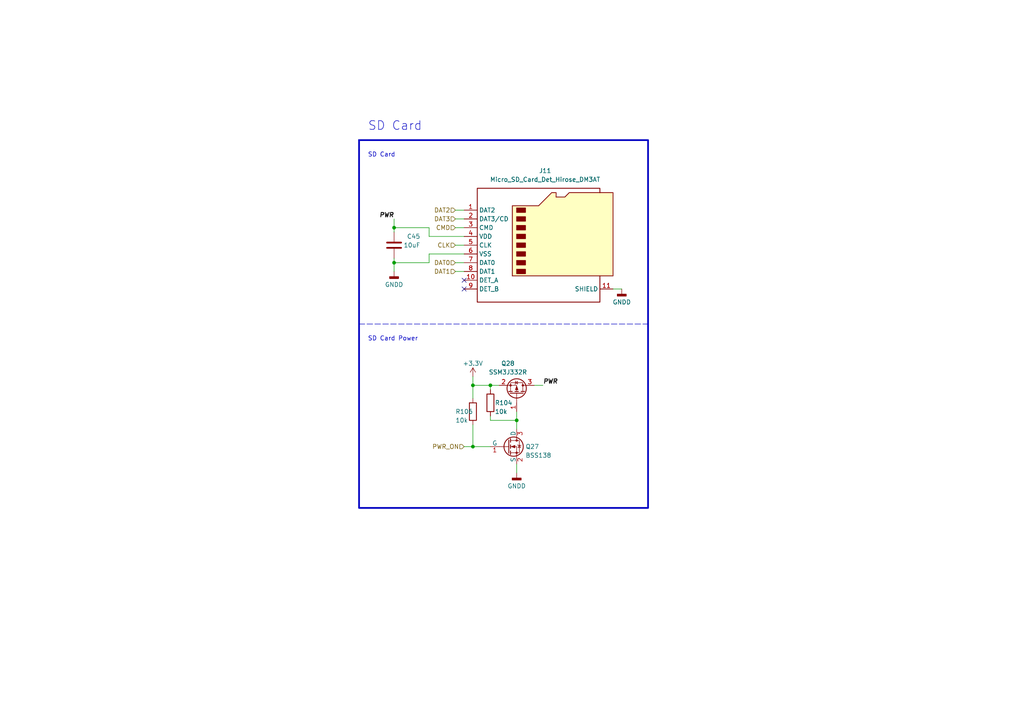
<source format=kicad_sch>
(kicad_sch (version 20230121) (generator eeschema)
  (paper "A4")
  (lib_symbols
    (symbol "Connector:Micro_SD_Card_Det_Hirose_DM3AT"
      (property "Reference" "J" (at -16.51 17.78 0))
      (property "Value" "Micro_SD_Card_Det_Hirose_DM3AT" (at 16.51 17.78 0))
      (symbol "Micro_SD_Card_Det_Hirose_DM3AT_0_1"
        (rectangle (start -7.62 -6.985) (end -5.08 -8.255) (stroke (width 0.254)) (fill (type outline)))
        (rectangle (start -7.62 -4.445) (end -5.08 -5.715) (stroke (width 0.254)) (fill (type outline)))
        (rectangle (start -7.62 -1.905) (end -5.08 -3.175) (stroke (width 0.254)) (fill (type outline)))
        (rectangle (start -7.62 0.635) (end -5.08 -0.635) (stroke (width 0.254)) (fill (type outline)))
        (rectangle (start -7.62 3.175) (end -5.08 1.905) (stroke (width 0.254)) (fill (type outline)))
        (rectangle (start -7.62 5.715) (end -5.08 4.445) (stroke (width 0.254)) (fill (type outline)))
        (rectangle (start -7.62 8.255) (end -5.08 6.985) (stroke (width 0.254)) (fill (type outline)))
        (rectangle (start -7.62 10.795) (end -5.08 9.525) (stroke (width 0.254)) (fill (type outline)))
        (polyline (pts (xy 16.51 15.24) (xy 16.51 16.51) (xy -19.05 16.51) (xy -19.05 -16.51) (xy 16.51 -16.51) (xy 16.51 -8.89)) (stroke (width 0.254)))
        (polyline (pts (xy -8.89 -8.89) (xy -8.89 11.43) (xy -1.27 11.43) (xy 2.54 15.24) (xy 3.81 15.24) (xy 3.81 13.97) (xy 6.35 13.97) (xy 7.62 15.24) (xy 20.32 15.24) (xy 20.32 -8.89) (xy -8.89 -8.89)) (stroke (width 0.254)) (fill (type background)))
      )
      (symbol "Micro_SD_Card_Det_Hirose_DM3AT_1_1"
        (pin bidirectional line (at -22.86 10.16 0) (length 3.81) (name "DAT2") (number "1"))
        (pin passive line (at -22.86 -10.16 0) (length 3.81) (name "DET_A") (number "10"))
        (pin passive line (at 20.32 -12.7 180) (length 3.81) (name "SHIELD") (number "11"))
        (pin bidirectional line (at -22.86 7.62 0) (length 3.81) (name "DAT3/CD") (number "2"))
        (pin input line (at -22.86 5.08 0) (length 3.81) (name "CMD") (number "3"))
        (pin power_in line (at -22.86 2.54 0) (length 3.81) (name "VDD") (number "4"))
        (pin input line (at -22.86 0 0) (length 3.81) (name "CLK") (number "5"))
        (pin power_in line (at -22.86 -2.54 0) (length 3.81) (name "VSS") (number "6"))
        (pin bidirectional line (at -22.86 -5.08 0) (length 3.81) (name "DAT0") (number "7"))
        (pin bidirectional line (at -22.86 -7.62 0) (length 3.81) (name "DAT1") (number "8"))
        (pin passive line (at -22.86 -12.7 0) (length 3.81) (name "DET_B") (number "9"))
      )
    )
    (symbol "Device:C" (pin_numbers hide) (pin_names (offset 0.254))
      (property "Reference" "C" (at 0.635 2.54 0))
      (property "Value" "C" (at 0.635 -2.54 0))
      (symbol "C_0_1"
        (polyline (pts (xy -2.032 -0.762) (xy 2.032 -0.762)) (stroke (width 0.508)))
        (polyline (pts (xy -2.032 0.762) (xy 2.032 0.762)) (stroke (width 0.508)))
      )
      (symbol "C_1_1"
        (pin passive line (at 0 3.81 270) (length 2.794) (name "~") (number "1"))
        (pin passive line (at 0 -3.81 90) (length 2.794) (name "~") (number "2"))
      )
    )
    (symbol "Device:Q_PMOS_GSD" (pin_names (offset 0) hide)
      (property "Reference" "Q" (at 5.08 1.27 0))
      (property "Value" "Q_PMOS_GSD" (at 5.08 -1.27 0))
      (symbol "Q_PMOS_GSD_0_1"
        (polyline (pts (xy 0.254 0) (xy -2.54 0)))
        (polyline (pts (xy 0.254 1.905) (xy 0.254 -1.905)) (stroke (width 0.254)))
        (polyline (pts (xy 0.762 -1.27) (xy 0.762 -2.286)) (stroke (width 0.254)))
        (polyline (pts (xy 0.762 0.508) (xy 0.762 -0.508)) (stroke (width 0.254)))
        (polyline (pts (xy 0.762 2.286) (xy 0.762 1.27)) (stroke (width 0.254)))
        (polyline (pts (xy 2.54 2.54) (xy 2.54 1.778)))
        (polyline (pts (xy 2.54 -2.54) (xy 2.54 0) (xy 0.762 0)))
        (polyline (pts (xy 0.762 1.778) (xy 3.302 1.778) (xy 3.302 -1.778) (xy 0.762 -1.778)))
        (polyline (pts (xy 2.286 0) (xy 1.27 0.381) (xy 1.27 -0.381) (xy 2.286 0)) (fill (type outline)))
        (polyline (pts (xy 2.794 -0.508) (xy 2.921 -0.381) (xy 3.683 -0.381) (xy 3.81 -0.254)))
        (polyline (pts (xy 3.302 -0.381) (xy 2.921 0.254) (xy 3.683 0.254) (xy 3.302 -0.381)))
        (circle (center 1.651 0) (radius 2.794) (stroke (width 0.254)))
        (circle (center 2.54 -1.778) (radius 0.254) (fill (type outline)))
        (circle (center 2.54 1.778) (radius 0.254) (fill (type outline)))
      )
      (symbol "Q_PMOS_GSD_1_1"
        (pin input line (at -5.08 0 0) (length 2.54) (name "G") (number "1"))
        (pin passive line (at 2.54 -5.08 90) (length 2.54) (name "S") (number "2"))
        (pin passive line (at 2.54 5.08 270) (length 2.54) (name "D") (number "3"))
      )
    )
    (symbol "Device:R" (pin_numbers hide) (pin_names (offset 0))
      (property "Reference" "R" (at 2.032 0 90))
      (property "Value" "R" (at 0 0 90))
      (symbol "R_0_1"
        (rectangle (start -1.016 -2.54) (end 1.016 2.54) (stroke (width 0.254)))
      )
      (symbol "R_1_1"
        (pin passive line (at 0 3.81 270) (length 1.27) (name "~") (number "1"))
        (pin passive line (at 0 -3.81 90) (length 1.27) (name "~") (number "2"))
      )
    )
    (symbol "Q_NMOS_GSD_1" (pin_names (offset 0))
      (property "Reference" "Q" (at 5.08 1.27 0))
      (property "Value" "Q_NMOS_GSD_1" (at 5.08 -1.27 0))
      (symbol "Q_NMOS_GSD_1_0_1"
        (polyline (pts (xy 0.254 0) (xy -2.54 0)))
        (polyline (pts (xy 0.254 1.905) (xy 0.254 -1.905)) (stroke (width 0.254)))
        (polyline (pts (xy 0.762 -1.27) (xy 0.762 -2.286)) (stroke (width 0.254)))
        (polyline (pts (xy 0.762 0.508) (xy 0.762 -0.508)) (stroke (width 0.254)))
        (polyline (pts (xy 0.762 2.286) (xy 0.762 1.27)) (stroke (width 0.254)))
        (polyline (pts (xy 2.54 2.54) (xy 2.54 1.778)))
        (polyline (pts (xy 2.54 -2.54) (xy 2.54 0) (xy 0.762 0)))
        (polyline (pts (xy 0.762 -1.778) (xy 3.302 -1.778) (xy 3.302 1.778) (xy 0.762 1.778)))
        (polyline (pts (xy 1.016 0) (xy 2.032 0.381) (xy 2.032 -0.381) (xy 1.016 0)) (fill (type outline)))
        (polyline (pts (xy 2.794 0.508) (xy 2.921 0.381) (xy 3.683 0.381) (xy 3.81 0.254)))
        (polyline (pts (xy 3.302 0.381) (xy 2.921 -0.254) (xy 3.683 -0.254) (xy 3.302 0.381)))
        (circle (center 1.651 0) (radius 2.794) (stroke (width 0.254)))
        (circle (center 2.54 -1.778) (radius 0.254) (fill (type outline)))
        (circle (center 2.54 1.778) (radius 0.254) (fill (type outline)))
      )
      (symbol "Q_NMOS_GSD_1_1_1"
        (pin input line (at -5.08 0 0) (length 2.54) (name "G") (number "1"))
        (pin passive line (at 2.54 -5.08 90) (length 2.54) (name "S") (number "2"))
        (pin passive line (at 2.54 5.08 270) (length 2.54) (name "D") (number "3"))
      )
    )
    (symbol "power:+3.3V" (power) (pin_names (offset 0))
      (property "Value" "+3.3V" (at 0 3.556 0))
      (symbol "+3.3V_0_1"
        (polyline (pts (xy -0.762 1.27) (xy 0 2.54)))
        (polyline (pts (xy 0 0) (xy 0 2.54)))
        (polyline (pts (xy 0 2.54) (xy 0.762 1.27)))
      )
      (symbol "+3.3V_1_1"
        (pin power_in line (at 0 0 90) (length 0) hide (name "+3.3V") (number "1"))
      )
    )
    (symbol "power:GNDD" (power) (pin_names (offset 0))
      (property "Value" "GNDD" (at 0 -3.175 0))
      (symbol "GNDD_0_1"
        (rectangle (start -1.27 -1.524) (end 1.27 -2.032) (stroke (width 0.254)) (fill (type outline)))
        (polyline (pts (xy 0 0) (xy 0 -1.524)))
      )
      (symbol "GNDD_1_1"
        (pin power_in line (at 0 0 270) (length 0) hide (name "GNDD") (number "1"))
      )
    )
  )
  (junction (at 114.3 66.04))
  (junction (at 137.16 129.54))
  (junction (at 137.16 111.76))
  (junction (at 114.3 76.2))
  (junction (at 142.24 111.76))
  (junction (at 149.86 121.92))
  (no_connect (at 134.62 81.28))
  (no_connect (at 134.62 83.82))
  (wire (pts (xy 132.08 60.96) (xy 134.62 60.96)))
  (polyline (pts (xy 104.14 93.98) (xy 187.96 93.98)) (stroke (width 0) (type dash)))
  (wire (pts (xy 149.86 121.92) (xy 149.86 119.38)))
  (wire (pts (xy 177.8 83.82) (xy 180.34 83.82)))
  (wire (pts (xy 142.24 113.03) (xy 142.24 111.76)))
  (wire (pts (xy 142.24 121.92) (xy 149.86 121.92)))
  (wire (pts (xy 124.46 66.04) (xy 114.3 66.04)))
  (wire (pts (xy 134.62 68.58) (xy 124.46 68.58)))
  (wire (pts (xy 137.16 111.76) (xy 142.24 111.76)))
  (wire (pts (xy 132.08 76.2) (xy 134.62 76.2)))
  (wire (pts (xy 137.16 111.76) (xy 137.16 115.57)))
  (wire (pts (xy 114.3 74.93) (xy 114.3 76.2)))
  (wire (pts (xy 137.16 109.22) (xy 137.16 111.76)))
  (wire (pts (xy 149.86 134.62) (xy 149.86 137.16)))
  (wire (pts (xy 132.08 63.5) (xy 134.62 63.5)))
  (wire (pts (xy 137.16 123.19) (xy 137.16 129.54)))
  (wire (pts (xy 132.08 78.74) (xy 134.62 78.74)))
  (wire (pts (xy 114.3 66.04) (xy 114.3 67.31)))
  (wire (pts (xy 114.3 78.74) (xy 114.3 76.2)))
  (wire (pts (xy 132.08 66.04) (xy 134.62 66.04)))
  (wire (pts (xy 149.86 124.46) (xy 149.86 121.92)))
  (wire (pts (xy 157.48 111.76) (xy 154.94 111.76)))
  (wire (pts (xy 132.08 71.12) (xy 134.62 71.12)))
  (wire (pts (xy 114.3 63.5) (xy 114.3 66.04)))
  (wire (pts (xy 142.24 120.65) (xy 142.24 121.92)))
  (wire (pts (xy 134.62 129.54) (xy 137.16 129.54)))
  (wire (pts (xy 124.46 68.58) (xy 124.46 66.04)))
  (wire (pts (xy 134.62 73.66) (xy 124.46 73.66)))
  (wire (pts (xy 124.46 76.2) (xy 114.3 76.2)))
  (wire (pts (xy 142.24 111.76) (xy 144.78 111.76)))
  (wire (pts (xy 124.46 73.66) (xy 124.46 76.2)))
  (wire (pts (xy 137.16 129.54) (xy 142.24 129.54)))
  (rectangle (start 104.14 40.64) (end 187.96 147.32) (stroke (width 0.5)))
  (text "SD Card" (at 106.68 45.72 0) (effects (font (size 1.27 1.27)) (justify left bottom)))
  (text "SD Card Power" (at 106.68 99.06 0) (effects (font (size 1.27 1.27)) (justify left bottom)))
  (text "SD Card" (at 106.68 38.1 0) (effects (font (size 2.54 2.54)) (justify left bottom)))
  (label "PWR" (at 114.3 63.5 180) (effects (font (thickness 0.254) bold italic)))
  (label "PWR" (at 157.48 111.76 0) (effects (font (thickness 0.254) bold italic)))
  (hierarchical_label "DAT2" (shape input) (at 132.08 60.96 180))
  (hierarchical_label "DAT0" (shape input) (at 132.08 76.2 180))
  (hierarchical_label "DAT1" (shape input) (at 132.08 78.74 180))
  (hierarchical_label "DAT3" (shape input) (at 132.08 63.5 180))
  (hierarchical_label "CLK" (shape input) (at 132.08 71.12 180))
  (hierarchical_label "CMD" (shape input) (at 132.08 66.04 180))
  (hierarchical_label "PWR_ON" (shape input) (at 134.62 129.54 180))
  (symbol (lib_id "Connector:Micro_SD_Card_Det_Hirose_DM3AT") (at 157.48 71.12 0) (unit 1)
    (property "Reference" "J11" (at 158.115 49.53 0))
    (property "Value" "Micro_SD_Card_Det_Hirose_DM3AT" (at 158.115 52.07 0))
    (property "Datasheet" "https://www.hirose.com/product/en/download_file/key_name/DM3/category/Catalog/doc_file_id/49662/?file_category_id=4&item_id=195&is_series=1" (effects hide))
  )
  (symbol (lib_id "Device:Q_PMOS_GSD") (at 149.86 114.3 270) (mirror x) (unit 1)
    (property "Reference" "Q28" (at 147.32 105.41 90))
    (property "Value" "SSM3J332R" (at 147.32 107.95 90))
    (property "Footprint" "Package_TO_SOT_SMD:SOT-23W" (effects hide))
  )
  (symbol (lib_id "Device:C") (at 114.3 71.12 0) (mirror x) (unit 1)
    (property "Reference" "C45" (at 121.92 68.58 0) (effects (justify right)))
    (property "Value" "10uF" (at 121.92 71.12 0) (effects (justify right)))
    (property "Footprint" "Capacitor_SMD:C_0805_2012Metric" (effects hide))
  )
  (symbol (lib_id "Device:R") (at 142.24 116.84 180) (unit 1)
    (property "Reference" "R104" (at 143.51 116.84 0) (effects (justify right)))
    (property "Value" "10k" (at 143.51 119.38 0) (effects (justify right)))
    (property "Footprint" "Resistor_SMD:R_0402_1005Metric" (effects hide))
  )
  (symbol (lib_id "power:GNDD") (at 149.86 137.16 0) (unit 1)
    (property "Reference" "#PWR0135" (effects hide))
    (property "Value" "GNDD" (at 149.86 140.97 0))
  )
  (symbol (lib_id "Device:R") (at 137.16 119.38 180) (unit 1)
    (property "Reference" "R106" (at 132.08 119.38 0) (effects (justify right)))
    (property "Value" "10k" (at 132.08 121.92 0) (effects (justify right)))
    (property "Footprint" "Resistor_SMD:R_0402_1005Metric" (effects hide))
  )
  (symbol (lib_id "power:GNDD") (at 114.3 78.74 0) (unit 1)
    (property "Reference" "#PWR0136" (effects hide))
    (property "Value" "GNDD" (at 114.3 82.55 0))
  )
  (symbol (lib_name "Q_NMOS_GSD_1") (lib_id "Device:Q_NMOS_GSD") (at 147.32 129.54 0) (unit 1)
    (property "Reference" "Q27" (at 152.4 129.54 0) (effects (justify left)))
    (property "Value" "BSS138" (at 152.4 132.08 0) (effects (justify left)))
    (property "Footprint" "Package_TO_SOT_SMD:SOT-23" (effects hide))
  )
  (symbol (lib_id "power:GNDD") (at 180.34 83.82 0) (unit 1)
    (property "Reference" "#PWR0137" (effects hide))
    (property "Value" "GNDD" (at 180.34 87.63 0))
  )
  (symbol (lib_id "power:+3.3V") (at 137.16 109.22 0) (unit 1)
    (property "Reference" "#PWR0134" (effects hide))
    (property "Value" "+3.3V" (at 137.16 105.41 0))
  )
)
</source>
